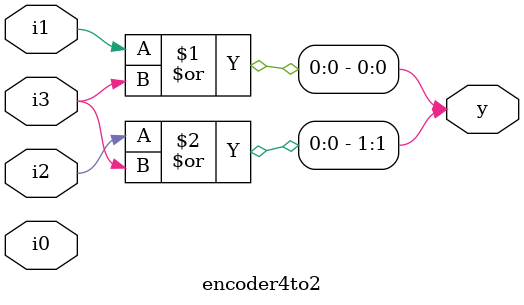
<source format=v>
`timescale 1ns / 1ps
module encoder4to2(
    input i3,
    input i2,
    input i1,
    input i0,
    output [1:0]y
    );
or o1(y[0],i1,i3);
or o2(y[1],i2,i3);


endmodule

</source>
